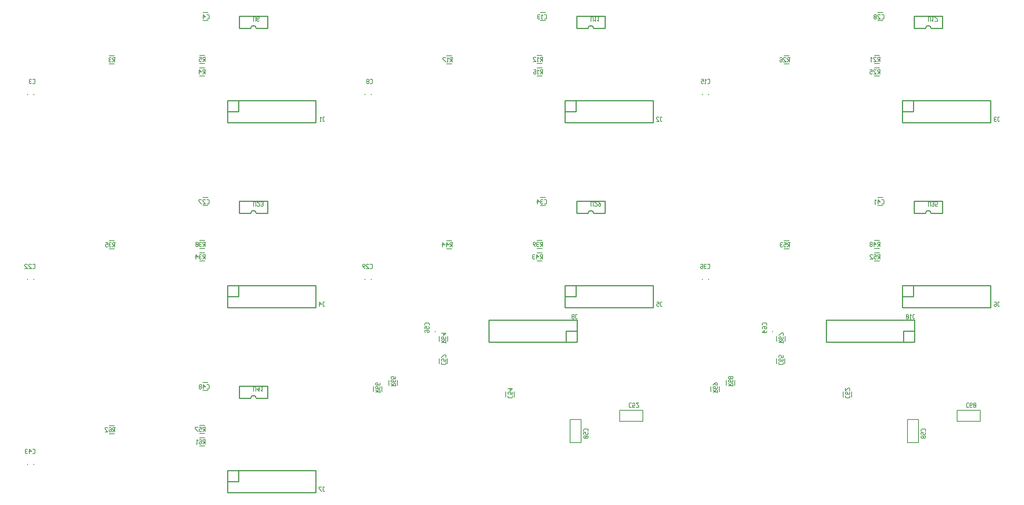
<source format=gbr>
G04 start of page 9 for group -4078 idx -4078 *
G04 Title: (unknown), bottomsilk *
G04 Creator: pcb 20091103 *
G04 CreationDate: Чтв 05 Янв 2012 09:41:11 UTC *
G04 For: aml *
G04 Format: Gerber/RS-274X *
G04 PCB-Dimensions: 948000 534000 *
G04 PCB-Coordinate-Origin: lower left *
%MOIN*%
%FSLAX25Y25*%
%LNBACKSILK*%
%ADD12C,0.0100*%
%ADD55C,0.0050*%
%ADD56C,0.0080*%
G54D56*X885638Y88000D02*Y98000D01*
X906638D01*
Y88000D02*Y98000D01*
X885638Y88000D02*X906638D01*
X840500Y89500D02*X850500D01*
Y68500D01*
X840500D02*X850500D01*
X840500Y89500D02*Y68500D01*
X789921Y114767D02*Y110043D01*
X782441Y114767D02*Y110043D01*
G54D12*X767000Y160000D02*X847000D01*
X767000Y180000D02*Y160000D01*
Y180000D02*X847000D01*
Y160000D01*
X837000Y170000D02*Y160000D01*
Y170000D02*X847000D01*
G54D56*X654638Y217236D02*Y216450D01*
X660148Y217236D02*Y216450D01*
X810543Y252221D02*X815267D01*
X810543Y244741D02*X815267D01*
G54D12*X836000Y211300D02*X916000D01*
Y191300D01*
X836000D02*X916000D01*
X836000Y211300D02*Y191300D01*
X846000Y211300D02*Y201300D01*
X836000D02*X846000D01*
G54D56*X728733Y251859D02*X733457D01*
X728733Y244379D02*X733457D01*
G54D12*X846689Y276812D02*Y287788D01*
X872311D01*
Y276812D01*
X846689D02*X857000D01*
X872311D02*X862000D01*
G75*G03X857000Y276812I-2500J0D01*G01*
G54D56*X810543Y240859D02*X815267D01*
X810543Y233379D02*X815267D01*
X813543Y283741D02*X818267D01*
X813543Y291221D02*X818267D01*
X363921Y119457D02*Y114733D01*
X356441Y119457D02*Y114733D01*
X423421Y144957D02*Y140233D01*
X415941Y144957D02*Y140233D01*
X412362Y169850D02*Y169064D01*
X406852Y169850D02*Y169064D01*
X377921Y125267D02*Y120543D01*
X370441Y125267D02*Y120543D01*
X423559Y165267D02*Y160543D01*
X416079Y165267D02*Y160543D01*
G54D12*X224000Y43300D02*X304000D01*
Y23300D01*
X224000D02*X304000D01*
X224000Y43300D02*Y23300D01*
X234000Y43300D02*Y33300D01*
X224000D02*X234000D01*
G54D56*X116733Y83859D02*X121457D01*
X116733Y76379D02*X121457D01*
X42638Y49236D02*Y48450D01*
X48148Y49236D02*Y48450D01*
X198543Y84221D02*X203267D01*
X198543Y76741D02*X203267D01*
G54D12*X234689Y108812D02*Y119788D01*
X260311D01*
Y108812D01*
X234689D02*X245000D01*
X260311D02*X250000D01*
G75*G03X245000Y108812I-2500J0D01*G01*
G54D56*X198543Y72859D02*X203267D01*
X198543Y65379D02*X203267D01*
X201543Y115741D02*X206267D01*
X201543Y123221D02*X206267D01*
X669921Y119457D02*Y114733D01*
X662441Y119457D02*Y114733D01*
X729421Y144957D02*Y140233D01*
X721941Y144957D02*Y140233D01*
X718362Y169850D02*Y169064D01*
X712852Y169850D02*Y169064D01*
X683921Y125267D02*Y120543D01*
X676441Y125267D02*Y120543D01*
X729559Y165267D02*Y160543D01*
X722079Y165267D02*Y160543D01*
G54D12*X461000Y160000D02*X541000D01*
X461000Y180000D02*Y160000D01*
Y180000D02*X541000D01*
Y160000D01*
X531000Y170000D02*Y160000D01*
Y170000D02*X541000D01*
G54D56*X483921Y114767D02*Y110043D01*
X476441Y114767D02*Y110043D01*
X579638Y88000D02*Y98000D01*
X600638D01*
Y88000D02*Y98000D01*
X579638Y88000D02*X600638D01*
X534500Y89500D02*X544500D01*
Y68500D01*
X534500D02*X544500D01*
X534500Y89500D02*Y68500D01*
G54D12*X540689Y276812D02*Y287788D01*
X566311D01*
Y276812D01*
X540689D02*X551000D01*
X566311D02*X556000D01*
G75*G03X551000Y276812I-2500J0D01*G01*
X234689D02*Y287788D01*
X260311D01*
Y276812D01*
X234689D02*X245000D01*
X260311D02*X250000D01*
G75*G03X245000Y276812I-2500J0D01*G01*
G54D56*X348638Y217236D02*Y216450D01*
X354148Y217236D02*Y216450D01*
X422733Y251859D02*X427457D01*
X422733Y244379D02*X427457D01*
X504543Y252221D02*X509267D01*
X504543Y244741D02*X509267D01*
X504543Y240859D02*X509267D01*
X504543Y233379D02*X509267D01*
G54D12*X530000Y211300D02*X610000D01*
Y191300D01*
X530000D02*X610000D01*
X530000Y211300D02*Y191300D01*
X540000Y211300D02*Y201300D01*
X530000D02*X540000D01*
G54D56*X507543Y283741D02*X512267D01*
X507543Y291221D02*X512267D01*
X42638Y217236D02*Y216450D01*
X48148Y217236D02*Y216450D01*
X116733Y251859D02*X121457D01*
X116733Y244379D02*X121457D01*
X198543Y252221D02*X203267D01*
X198543Y244741D02*X203267D01*
X198543Y240859D02*X203267D01*
X198543Y233379D02*X203267D01*
X201543Y283741D02*X206267D01*
X201543Y291221D02*X206267D01*
G54D12*X224000Y211300D02*X304000D01*
Y191300D01*
X224000D02*X304000D01*
X224000Y211300D02*Y191300D01*
X234000Y211300D02*Y201300D01*
X224000D02*X234000D01*
X846689Y444812D02*Y455788D01*
X872311D01*
Y444812D01*
X846689D02*X857000D01*
X872311D02*X862000D01*
G75*G03X857000Y444812I-2500J0D01*G01*
G54D56*X810543Y408859D02*X815267D01*
X810543Y401379D02*X815267D01*
X813543Y451741D02*X818267D01*
X813543Y459221D02*X818267D01*
X810543Y420221D02*X815267D01*
X810543Y412741D02*X815267D01*
G54D12*X836000Y379300D02*X916000D01*
Y359300D01*
X836000D02*X916000D01*
X836000Y379300D02*Y359300D01*
X846000Y379300D02*Y369300D01*
X836000D02*X846000D01*
G54D56*X728733Y419859D02*X733457D01*
X728733Y412379D02*X733457D01*
X654638Y385236D02*Y384450D01*
X660148Y385236D02*Y384450D01*
G54D12*X540689Y444812D02*Y455788D01*
X566311D01*
Y444812D01*
X540689D02*X551000D01*
X566311D02*X556000D01*
G75*G03X551000Y444812I-2500J0D01*G01*
G54D56*X507543Y451741D02*X512267D01*
X507543Y459221D02*X512267D01*
X504543Y408859D02*X509267D01*
X504543Y401379D02*X509267D01*
X504543Y420221D02*X509267D01*
X504543Y412741D02*X509267D01*
G54D12*X530000Y379300D02*X610000D01*
Y359300D01*
X530000D02*X610000D01*
X530000Y379300D02*Y359300D01*
X540000Y379300D02*Y369300D01*
X530000D02*X540000D01*
G54D56*X348638Y385236D02*Y384450D01*
X354148Y385236D02*Y384450D01*
X422733Y419859D02*X427457D01*
X422733Y412379D02*X427457D01*
G54D12*X234689Y444812D02*Y455788D01*
X260311D01*
Y444812D01*
X234689D02*X245000D01*
X260311D02*X250000D01*
G75*G03X245000Y444812I-2500J0D01*G01*
G54D56*X201543Y451741D02*X206267D01*
X201543Y459221D02*X206267D01*
G54D12*X224000Y379300D02*X304000D01*
Y359300D01*
X224000D02*X304000D01*
X224000Y379300D02*Y359300D01*
X234000Y379300D02*Y369300D01*
X224000D02*X234000D01*
G54D56*X198543Y408859D02*X203267D01*
X198543Y401379D02*X203267D01*
X198543Y420221D02*X203267D01*
X198543Y412741D02*X203267D01*
X42638Y385236D02*Y384450D01*
X48148Y385236D02*Y384450D01*
X116733Y419859D02*X121457D01*
X116733Y412379D02*X121457D01*
G54D55*X668331Y113945D02*Y115945D01*
X667831Y116445D01*
X666831D02*X667831D01*
X666331Y115945D02*X666831Y116445D01*
X666331Y114445D02*Y115945D01*
X664331Y114445D02*X668331D01*
X666331D02*X664331Y116445D01*
X668331Y119146D02*X667831Y119646D01*
X668331Y118146D02*Y119146D01*
X667831Y117646D02*X668331Y118146D01*
X664831Y117646D02*X667831D01*
X664831D02*X664331Y118146D01*
X666331Y119146D02*X665831Y119646D01*
X666331Y117646D02*Y119146D01*
X664331Y118146D02*Y119146D01*
X664831Y119646D01*
X665831D01*
X664331Y120847D02*X666331Y122847D01*
X667831D01*
X668331Y122347D02*X667831Y122847D01*
X668331Y121347D02*Y122347D01*
X667831Y120847D02*X668331Y121347D01*
X666831Y120847D02*X667831D01*
X666831D02*X666331Y121347D01*
Y122847D01*
X588638Y104500D02*X590138D01*
X588138Y104000D02*X588638Y104500D01*
X588138Y101000D02*Y104000D01*
Y101000D02*X588638Y100500D01*
X590138D01*
X591339D02*X593339D01*
X591339D02*Y102500D01*
X591839Y102000D01*
X592839D01*
X593339Y102500D01*
Y104000D01*
X592839Y104500D02*X593339Y104000D01*
X591839Y104500D02*X592839D01*
X591339Y104000D02*X591839Y104500D01*
X594540Y101000D02*X595040Y100500D01*
X596540D01*
X597040Y101000D01*
Y102000D01*
X594540Y104500D02*X597040Y102000D01*
X594540Y104500D02*X597040D01*
X551000Y79000D02*Y80500D01*
X550500Y81000D02*X551000Y80500D01*
X547500Y81000D02*X550500D01*
X547500D02*X547000Y80500D01*
Y79000D02*Y80500D01*
Y75799D02*Y77799D01*
X549000D01*
X548500Y77299D01*
Y76299D02*Y77299D01*
Y76299D02*X549000Y75799D01*
X550500D01*
X551000Y76299D02*X550500Y75799D01*
X551000Y76299D02*Y77299D01*
X550500Y77799D02*X551000Y77299D01*
X550500Y74598D02*X551000Y74098D01*
X547500Y74598D02*X550500D01*
X547500D02*X547000Y74098D01*
Y73098D02*Y74098D01*
Y73098D02*X547500Y72598D01*
X550500D01*
X551000Y73098D02*X550500Y72598D01*
X551000Y73098D02*Y74098D01*
X550000Y74598D02*X548000Y72598D01*
X539500Y185000D02*X541000D01*
X539500Y181500D02*Y185000D01*
X540000Y181000D02*X539500Y181500D01*
X540000Y181000D02*X540500D01*
X541000Y181500D02*X540500Y181000D01*
X538299Y181500D02*X537799Y181000D01*
X538299Y181500D02*Y182500D01*
X537799Y183000D01*
X536799D02*X537799D01*
X536799D02*X536299Y182500D01*
Y181500D02*Y182500D01*
X536799Y181000D02*X536299Y181500D01*
X536799Y181000D02*X537799D01*
X538299Y183500D02*X537799Y183000D01*
X538299Y183500D02*Y184500D01*
X537799Y185000D01*
X536799D02*X537799D01*
X536799D02*X536299Y184500D01*
Y183500D02*Y184500D01*
X536799Y183000D02*X536299Y183500D01*
X478331Y109755D02*Y111255D01*
X478831Y109255D02*X478331Y109755D01*
X478831Y109255D02*X481831D01*
X482331Y109755D01*
Y111255D01*
Y112456D02*Y114456D01*
X480331Y112456D02*X482331D01*
X480331D02*X480831Y112956D01*
Y113956D01*
X480331Y114456D01*
X478831D02*X480331D01*
X478331Y113956D02*X478831Y114456D01*
X478331Y112956D02*Y113956D01*
X478831Y112456D02*X478331Y112956D01*
X480331Y115657D02*X482331Y117657D01*
X480331Y115657D02*Y118157D01*
X478331Y117657D02*X482331D01*
X616500Y196300D02*X618000D01*
X616500Y192800D02*Y196300D01*
X617000Y192300D02*X616500Y192800D01*
X617000Y192300D02*X617500D01*
X618000Y192800D02*X617500Y192300D01*
X613299Y196300D02*X615299D01*
Y194300D02*Y196300D01*
Y194300D02*X614799Y194800D01*
X613799D02*X614799D01*
X613799D02*X613299Y194300D01*
Y192800D02*Y194300D01*
X613799Y192300D02*X613299Y192800D01*
X613799Y192300D02*X614799D01*
X615299Y192800D02*X614799Y192300D01*
X894638Y104500D02*X896138D01*
X894138Y104000D02*X894638Y104500D01*
X894138Y101000D02*Y104000D01*
Y101000D02*X894638Y100500D01*
X896138D01*
X898839D02*X899339Y101000D01*
X897839Y100500D02*X898839D01*
X897339Y101000D02*X897839Y100500D01*
X897339Y101000D02*Y104000D01*
X897839Y104500D01*
X898839Y102500D02*X899339Y103000D01*
X897339Y102500D02*X898839D01*
X897839Y104500D02*X898839D01*
X899339Y104000D01*
Y103000D02*Y104000D01*
X900540D02*X901040Y104500D01*
X900540Y101000D02*Y104000D01*
Y101000D02*X901040Y100500D01*
X902040D01*
X902540Y101000D01*
Y104000D01*
X902040Y104500D02*X902540Y104000D01*
X901040Y104500D02*X902040D01*
X900540Y103500D02*X902540Y101500D01*
X857000Y79000D02*Y80500D01*
X856500Y81000D02*X857000Y80500D01*
X853500Y81000D02*X856500D01*
X853500D02*X853000Y80500D01*
Y79000D02*Y80500D01*
Y75799D02*Y77799D01*
X855000D01*
X854500Y77299D01*
Y76299D02*Y77299D01*
Y76299D02*X855000Y75799D01*
X856500D01*
X857000Y76299D02*X856500Y75799D01*
X857000Y76299D02*Y77299D01*
X856500Y77799D02*X857000Y77299D01*
X856500Y74598D02*X857000Y74098D01*
X855500Y74598D02*X856500D01*
X855500D02*X855000Y74098D01*
Y73098D02*Y74098D01*
Y73098D02*X855500Y72598D01*
X856500D01*
X857000Y73098D02*X856500Y72598D01*
X857000Y73098D02*Y74098D01*
X854500Y74598D02*X855000Y74098D01*
X853500Y74598D02*X854500D01*
X853500D02*X853000Y74098D01*
Y73098D02*Y74098D01*
Y73098D02*X853500Y72598D01*
X854500D01*
X855000Y73098D02*X854500Y72598D01*
X845500Y185000D02*X847000D01*
X845500Y181500D02*Y185000D01*
X846000Y181000D02*X845500Y181500D01*
X846000Y181000D02*X846500D01*
X847000Y181500D02*X846500Y181000D01*
X842799D02*X843799D01*
X843299D02*Y185000D01*
X844299Y184000D02*X843299Y185000D01*
X841598Y181500D02*X841098Y181000D01*
X841598Y181500D02*Y184500D01*
X841098Y185000D01*
X840098D02*X841098D01*
X840098D02*X839598Y184500D01*
Y181500D02*Y184500D01*
X840098Y181000D02*X839598Y181500D01*
X840098Y181000D02*X841098D01*
X841598Y182000D02*X839598Y184000D01*
X814055Y239269D02*X816055D01*
X814055D02*X813555Y238769D01*
Y237769D02*Y238769D01*
X814055Y237269D02*X813555Y237769D01*
X814055Y237269D02*X815555D01*
Y235269D02*Y239269D01*
Y237269D02*X813555Y235269D01*
X810354Y239269D02*X812354D01*
Y237269D02*Y239269D01*
Y237269D02*X811854Y237769D01*
X810854D02*X811854D01*
X810854D02*X810354Y237269D01*
Y235769D02*Y237269D01*
X810854Y235269D02*X810354Y235769D01*
X810854Y235269D02*X811854D01*
X812354Y235769D02*X811854Y235269D01*
X809153Y238769D02*X808653Y239269D01*
X807153D02*X808653D01*
X807153D02*X806653Y238769D01*
Y237769D02*Y238769D01*
X809153Y235269D02*X806653Y237769D01*
Y235269D02*X809153D01*
X784331Y109755D02*Y111255D01*
X784831Y109255D02*X784331Y109755D01*
X784831Y109255D02*X787831D01*
X788331Y109755D01*
Y111255D01*
Y113956D02*X787831Y114456D01*
X788331Y112956D02*Y113956D01*
X787831Y112456D02*X788331Y112956D01*
X784831Y112456D02*X787831D01*
X784831D02*X784331Y112956D01*
X786331Y113956D02*X785831Y114456D01*
X786331Y112456D02*Y113956D01*
X784331Y112956D02*Y113956D01*
X784831Y114456D01*
X785831D01*
X787831Y115657D02*X788331Y116157D01*
Y117657D01*
X787831Y118157D01*
X786831D02*X787831D01*
X784331Y115657D02*X786831Y118157D01*
X784331Y115657D02*Y118157D01*
X922500Y196300D02*X924000D01*
X922500Y192800D02*Y196300D01*
X923000Y192300D02*X922500Y192800D01*
X923000Y192300D02*X923500D01*
X924000Y192800D02*X923500Y192300D01*
X919799Y196300D02*X919299Y195800D01*
X919799Y196300D02*X920799D01*
X921299Y195800D02*X920799Y196300D01*
X921299Y192800D02*Y195800D01*
Y192800D02*X920799Y192300D01*
X919799Y194300D02*X919299Y193800D01*
X919799Y194300D02*X921299D01*
X919799Y192300D02*X920799D01*
X919799D02*X919299Y192800D01*
Y193800D01*
X723831Y139945D02*Y141445D01*
X724331Y139445D02*X723831Y139945D01*
X724331Y139445D02*X727331D01*
X727831Y139945D01*
Y141445D01*
Y144146D02*X727331Y144646D01*
X727831Y143146D02*Y144146D01*
X727331Y142646D02*X727831Y143146D01*
X724331Y142646D02*X727331D01*
X724331D02*X723831Y143146D01*
X725831Y144146D02*X725331Y144646D01*
X725831Y142646D02*Y144146D01*
X723831Y143146D02*Y144146D01*
X724331Y144646D01*
X725331D01*
X727831Y145847D02*Y147847D01*
X725831Y145847D02*X727831D01*
X725831D02*X726331Y146347D01*
Y147347D01*
X725831Y147847D01*
X724331D02*X725831D01*
X723831Y147347D02*X724331Y147847D01*
X723831Y146347D02*Y147347D01*
X724331Y145847D02*X723831Y146347D01*
X712850Y175064D02*Y176564D01*
X712350Y177064D02*X712850Y176564D01*
X709350Y177064D02*X712350D01*
X709350D02*X708850Y176564D01*
Y175064D02*Y176564D01*
Y172363D02*X709350Y171863D01*
X708850Y172363D02*Y173363D01*
X709350Y173863D02*X708850Y173363D01*
X709350Y173863D02*X712350D01*
X712850Y173363D01*
X710850Y172363D02*X711350Y171863D01*
X710850Y172363D02*Y173863D01*
X712850Y172363D02*Y173363D01*
Y172363D02*X712350Y171863D01*
X711350D02*X712350D01*
X710850Y170662D02*X708850Y168662D01*
X710850Y168162D02*Y170662D01*
X708850Y168662D02*X712850D01*
X682331Y119755D02*Y121755D01*
X681831Y122255D01*
X680831D02*X681831D01*
X680331Y121755D02*X680831Y122255D01*
X680331Y120255D02*Y121755D01*
X678331Y120255D02*X682331D01*
X680331D02*X678331Y122255D01*
X682331Y124956D02*X681831Y125456D01*
X682331Y123956D02*Y124956D01*
X681831Y123456D02*X682331Y123956D01*
X678831Y123456D02*X681831D01*
X678831D02*X678331Y123956D01*
X680331Y124956D02*X679831Y125456D01*
X680331Y123456D02*Y124956D01*
X678331Y123956D02*Y124956D01*
X678831Y125456D01*
X679831D01*
X678831Y126657D02*X678331Y127157D01*
X678831Y126657D02*X679831D01*
X680331Y127157D01*
Y128157D01*
X679831Y128657D01*
X678831D02*X679831D01*
X678331Y128157D02*X678831Y128657D01*
X678331Y127157D02*Y128157D01*
X680831Y126657D02*X680331Y127157D01*
X680831Y126657D02*X681831D01*
X682331Y127157D01*
Y128157D01*
X681831Y128657D01*
X680831D02*X681831D01*
X680331Y128157D02*X680831Y128657D01*
X727969Y158945D02*Y160945D01*
X727469Y161445D01*
X726469D02*X727469D01*
X725969Y160945D02*X726469Y161445D01*
X725969Y159445D02*Y160945D01*
X723969Y159445D02*X727969D01*
X725969D02*X723969Y161445D01*
X727969Y164146D02*X727469Y164646D01*
X727969Y163146D02*Y164146D01*
X727469Y162646D02*X727969Y163146D01*
X724469Y162646D02*X727469D01*
X724469D02*X723969Y163146D01*
X725969Y164146D02*X725469Y164646D01*
X725969Y162646D02*Y164146D01*
X723969Y163146D02*Y164146D01*
X724469Y164646D01*
X725469D01*
X723969Y165847D02*X726469Y168347D01*
X727969D01*
Y165847D02*Y168347D01*
X659393Y226571D02*X660893D01*
X661393Y227071D02*X660893Y226571D01*
X661393Y227071D02*Y230071D01*
X660893Y230571D01*
X659393D02*X660893D01*
X658192Y230071D02*X657692Y230571D01*
X656692D02*X657692D01*
X656692D02*X656192Y230071D01*
Y227071D02*Y230071D01*
X656692Y226571D02*X656192Y227071D01*
X656692Y226571D02*X657692D01*
X658192Y227071D02*X657692Y226571D01*
X656192Y228571D02*X657692D01*
X653491Y230571D02*X652991Y230071D01*
X653491Y230571D02*X654491D01*
X654991Y230071D02*X654491Y230571D01*
X654991Y227071D02*Y230071D01*
Y227071D02*X654491Y226571D01*
X653491Y228571D02*X652991Y228071D01*
X653491Y228571D02*X654991D01*
X653491Y226571D02*X654491D01*
X653491D02*X652991Y227071D01*
Y228071D01*
X362331Y113945D02*Y115945D01*
X361831Y116445D01*
X360831D02*X361831D01*
X360331Y115945D02*X360831Y116445D01*
X360331Y114445D02*Y115945D01*
X358331Y114445D02*X362331D01*
X360331D02*X358331Y116445D01*
X362331Y119146D02*X361831Y119646D01*
X362331Y118146D02*Y119146D01*
X361831Y117646D02*X362331Y118146D01*
X358831Y117646D02*X361831D01*
X358831D02*X358331Y118146D01*
X360331Y119146D02*X359831Y119646D01*
X360331Y117646D02*Y119146D01*
X358331Y118146D02*Y119146D01*
X358831Y119646D01*
X359831D01*
X362331Y122347D02*X361831Y122847D01*
X362331Y121347D02*Y122347D01*
X361831Y120847D02*X362331Y121347D01*
X358831Y120847D02*X361831D01*
X358831D02*X358331Y121347D01*
X360331Y122347D02*X359831Y122847D01*
X360331Y120847D02*Y122347D01*
X358331Y121347D02*Y122347D01*
X358831Y122847D01*
X359831D01*
X376331Y119755D02*Y121755D01*
X375831Y122255D01*
X374831D02*X375831D01*
X374331Y121755D02*X374831Y122255D01*
X374331Y120255D02*Y121755D01*
X372331Y120255D02*X376331D01*
X374331D02*X372331Y122255D01*
X376331Y124956D02*X375831Y125456D01*
X376331Y123956D02*Y124956D01*
X375831Y123456D02*X376331Y123956D01*
X372831Y123456D02*X375831D01*
X372831D02*X372331Y123956D01*
X374331Y124956D02*X373831Y125456D01*
X374331Y123456D02*Y124956D01*
X372331Y123956D02*Y124956D01*
X372831Y125456D01*
X373831D01*
X376331Y126657D02*Y128657D01*
X374331Y126657D02*X376331D01*
X374331D02*X374831Y127157D01*
Y128157D01*
X374331Y128657D01*
X372831D02*X374331D01*
X372331Y128157D02*X372831Y128657D01*
X372331Y127157D02*Y128157D01*
X372831Y126657D02*X372331Y127157D01*
X120245Y82269D02*X122245D01*
X120245D02*X119745Y81769D01*
Y80769D02*Y81769D01*
X120245Y80269D02*X119745Y80769D01*
X120245Y80269D02*X121745D01*
Y78269D02*Y82269D01*
Y80269D02*X119745Y78269D01*
X117044Y82269D02*X116544Y81769D01*
X117044Y82269D02*X118044D01*
X118544Y81769D02*X118044Y82269D01*
X118544Y78769D02*Y81769D01*
Y78769D02*X118044Y78269D01*
X117044Y80269D02*X116544Y79769D01*
X117044Y80269D02*X118544D01*
X117044Y78269D02*X118044D01*
X117044D02*X116544Y78769D01*
Y79769D01*
X115343Y81769D02*X114843Y82269D01*
X113343D02*X114843D01*
X113343D02*X112843Y81769D01*
Y80769D02*Y81769D01*
X115343Y78269D02*X112843Y80769D01*
Y78269D02*X115343D01*
X202055Y82631D02*X204055D01*
X202055D02*X201555Y82131D01*
Y81131D02*Y82131D01*
X202055Y80631D02*X201555Y81131D01*
X202055Y80631D02*X203555D01*
Y78631D02*Y82631D01*
Y80631D02*X201555Y78631D01*
X198354Y82631D02*X200354D01*
Y80631D02*Y82631D01*
Y80631D02*X199854Y81131D01*
X198854D02*X199854D01*
X198854D02*X198354Y80631D01*
Y79131D02*Y80631D01*
X198854Y78631D02*X198354Y79131D01*
X198854Y78631D02*X199854D01*
X200354Y79131D02*X199854Y78631D01*
X197153D02*X194653Y81131D01*
Y82631D01*
X197153D01*
X310500Y28300D02*X312000D01*
X310500Y24800D02*Y28300D01*
X311000Y24300D02*X310500Y24800D01*
X311000Y24300D02*X311500D01*
X312000Y24800D02*X311500Y24300D01*
X309299D02*X306799Y26800D01*
Y28300D01*
X309299D01*
X417831Y139945D02*Y141445D01*
X418331Y139445D02*X417831Y139945D01*
X418331Y139445D02*X421331D01*
X421831Y139945D01*
Y141445D01*
Y142646D02*Y144646D01*
X419831Y142646D02*X421831D01*
X419831D02*X420331Y143146D01*
Y144146D01*
X419831Y144646D01*
X418331D02*X419831D01*
X417831Y144146D02*X418331Y144646D01*
X417831Y143146D02*Y144146D01*
X418331Y142646D02*X417831Y143146D01*
Y145847D02*X420331Y148347D01*
X421831D01*
Y145847D02*Y148347D01*
X406850Y175064D02*Y176564D01*
X406350Y177064D02*X406850Y176564D01*
X403350Y177064D02*X406350D01*
X403350D02*X402850Y176564D01*
Y175064D02*Y176564D01*
Y171863D02*Y173863D01*
X404850D01*
X404350Y173363D01*
Y172363D02*Y173363D01*
Y172363D02*X404850Y171863D01*
X406350D01*
X406850Y172363D02*X406350Y171863D01*
X406850Y172363D02*Y173363D01*
X406350Y173863D02*X406850Y173363D01*
X402850Y169162D02*X403350Y168662D01*
X402850Y169162D02*Y170162D01*
X403350Y170662D02*X402850Y170162D01*
X403350Y170662D02*X406350D01*
X406850Y170162D01*
X404850Y169162D02*X405350Y168662D01*
X404850Y169162D02*Y170662D01*
X406850Y169162D02*Y170162D01*
Y169162D02*X406350Y168662D01*
X405350D02*X406350D01*
X421969Y158945D02*Y160945D01*
X421469Y161445D01*
X420469D02*X421469D01*
X419969Y160945D02*X420469Y161445D01*
X419969Y159445D02*Y160945D01*
X417969Y159445D02*X421969D01*
X419969D02*X417969Y161445D01*
X421969Y164146D02*X421469Y164646D01*
X421969Y163146D02*Y164146D01*
X421469Y162646D02*X421969Y163146D01*
X418469Y162646D02*X421469D01*
X418469D02*X417969Y163146D01*
X419969Y164146D02*X419469Y164646D01*
X419969Y162646D02*Y164146D01*
X417969Y163146D02*Y164146D01*
X418469Y164646D01*
X419469D01*
X419969Y165847D02*X421969Y167847D01*
X419969Y165847D02*Y168347D01*
X417969Y167847D02*X421969D01*
X247500Y115300D02*Y118800D01*
X248000Y119300D01*
X249000D01*
X249500Y118800D01*
Y115300D02*Y118800D01*
X250701Y117300D02*X252701Y115300D01*
X250701Y117300D02*X253201D01*
X252701Y115300D02*Y119300D01*
X254902D02*X255902D01*
X255402Y115300D02*Y119300D01*
X254402Y116300D02*X255402Y115300D01*
X202055Y71269D02*X204055D01*
X202055D02*X201555Y70769D01*
Y69769D02*Y70769D01*
X202055Y69269D02*X201555Y69769D01*
X202055Y69269D02*X203555D01*
Y67269D02*Y71269D01*
Y69269D02*X201555Y67269D01*
X198854Y71269D02*X198354Y70769D01*
X198854Y71269D02*X199854D01*
X200354Y70769D02*X199854Y71269D01*
X200354Y67769D02*Y70769D01*
Y67769D02*X199854Y67269D01*
X198854Y69269D02*X198354Y68769D01*
X198854Y69269D02*X200354D01*
X198854Y67269D02*X199854D01*
X198854D02*X198354Y67769D01*
Y68769D01*
X195653Y67269D02*X196653D01*
X196153D02*Y71269D01*
X197153Y70269D02*X196153Y71269D01*
X205245Y117269D02*X206745D01*
X207245Y117769D02*X206745Y117269D01*
X207245Y117769D02*Y120769D01*
X206745Y121269D01*
X205245D02*X206745D01*
X204044Y119269D02*X202044Y121269D01*
X201544Y119269D02*X204044D01*
X202044Y117269D02*Y121269D01*
X200343Y117769D02*X199843Y117269D01*
X200343Y117769D02*Y118769D01*
X199843Y119269D01*
X198843D02*X199843D01*
X198843D02*X198343Y118769D01*
Y117769D02*Y118769D01*
X198843Y117269D02*X198343Y117769D01*
X198843Y117269D02*X199843D01*
X200343Y119769D02*X199843Y119269D01*
X200343Y119769D02*Y120769D01*
X199843Y121269D01*
X198843D02*X199843D01*
X198843D02*X198343Y120769D01*
Y119769D02*Y120769D01*
X198843Y119269D02*X198343Y119769D01*
X47393Y58571D02*X48893D01*
X49393Y59071D02*X48893Y58571D01*
X49393Y59071D02*Y62071D01*
X48893Y62571D01*
X47393D02*X48893D01*
X46192Y60571D02*X44192Y62571D01*
X43692Y60571D02*X46192D01*
X44192Y58571D02*Y62571D01*
X42491Y62071D02*X41991Y62571D01*
X40991D02*X41991D01*
X40991D02*X40491Y62071D01*
Y59071D02*Y62071D01*
X40991Y58571D02*X40491Y59071D01*
X40991Y58571D02*X41991D01*
X42491Y59071D02*X41991Y58571D01*
X40491Y60571D02*X41991D01*
X553500Y283300D02*Y286800D01*
X554000Y287300D01*
X555000D01*
X555500Y286800D01*
Y283300D02*Y286800D01*
X556701Y283800D02*X557201Y283300D01*
X558701D01*
X559201Y283800D01*
Y284800D01*
X556701Y287300D02*X559201Y284800D01*
X556701Y287300D02*X559201D01*
X560402D02*X562402Y285300D01*
Y283800D02*Y285300D01*
X561902Y283300D02*X562402Y283800D01*
X560902Y283300D02*X561902D01*
X560402Y283800D02*X560902Y283300D01*
X560402Y283800D02*Y284800D01*
X560902Y285300D01*
X562402D01*
X508055Y239269D02*X510055D01*
X508055D02*X507555Y238769D01*
Y237769D02*Y238769D01*
X508055Y237269D02*X507555Y237769D01*
X508055Y237269D02*X509555D01*
Y235269D02*Y239269D01*
Y237269D02*X507555Y235269D01*
X506354Y237269D02*X504354Y239269D01*
X503854Y237269D02*X506354D01*
X504354Y235269D02*Y239269D01*
X502653Y238769D02*X502153Y239269D01*
X501153D02*X502153D01*
X501153D02*X500653Y238769D01*
Y235769D02*Y238769D01*
X501153Y235269D02*X500653Y235769D01*
X501153Y235269D02*X502153D01*
X502653Y235769D02*X502153Y235269D01*
X500653Y237269D02*X502153D01*
X508055Y250631D02*X510055D01*
X508055D02*X507555Y250131D01*
Y249131D02*Y250131D01*
X508055Y248631D02*X507555Y249131D01*
X508055Y248631D02*X509555D01*
Y246631D02*Y250631D01*
Y248631D02*X507555Y246631D01*
X506354Y250131D02*X505854Y250631D01*
X504854D02*X505854D01*
X504854D02*X504354Y250131D01*
Y247131D02*Y250131D01*
X504854Y246631D02*X504354Y247131D01*
X504854Y246631D02*X505854D01*
X506354Y247131D02*X505854Y246631D01*
X504354Y248631D02*X505854D01*
X503153Y246631D02*X501153Y248631D01*
Y250131D01*
X501653Y250631D02*X501153Y250131D01*
X501653Y250631D02*X502653D01*
X503153Y250131D02*X502653Y250631D01*
X503153Y249131D02*Y250131D01*
Y249131D02*X502653Y248631D01*
X501153D02*X502653D01*
X511245Y285269D02*X512745D01*
X513245Y285769D02*X512745Y285269D01*
X513245Y285769D02*Y288769D01*
X512745Y289269D01*
X511245D02*X512745D01*
X510044Y288769D02*X509544Y289269D01*
X508544D02*X509544D01*
X508544D02*X508044Y288769D01*
Y285769D02*Y288769D01*
X508544Y285269D02*X508044Y285769D01*
X508544Y285269D02*X509544D01*
X510044Y285769D02*X509544Y285269D01*
X508044Y287269D02*X509544D01*
X506843D02*X504843Y289269D01*
X504343Y287269D02*X506843D01*
X504843Y285269D02*Y289269D01*
X426245Y250269D02*X428245D01*
X426245D02*X425745Y249769D01*
Y248769D02*Y249769D01*
X426245Y248269D02*X425745Y248769D01*
X426245Y248269D02*X427745D01*
Y246269D02*Y250269D01*
Y248269D02*X425745Y246269D01*
X424544Y248269D02*X422544Y250269D01*
X422044Y248269D02*X424544D01*
X422544Y246269D02*Y250269D01*
X420843Y248269D02*X418843Y250269D01*
X418343Y248269D02*X420843D01*
X418843Y246269D02*Y250269D01*
X353393Y226571D02*X354893D01*
X355393Y227071D02*X354893Y226571D01*
X355393Y227071D02*Y230071D01*
X354893Y230571D01*
X353393D02*X354893D01*
X352192Y230071D02*X351692Y230571D01*
X350192D02*X351692D01*
X350192D02*X349692Y230071D01*
Y229071D02*Y230071D01*
X352192Y226571D02*X349692Y229071D01*
Y226571D02*X352192D01*
X348491D02*X346491Y228571D01*
Y230071D01*
X346991Y230571D02*X346491Y230071D01*
X346991Y230571D02*X347991D01*
X348491Y230071D02*X347991Y230571D01*
X348491Y229071D02*Y230071D01*
Y229071D02*X347991Y228571D01*
X346491D02*X347991D01*
X310500Y196300D02*X312000D01*
X310500Y192800D02*Y196300D01*
X311000Y192300D02*X310500Y192800D01*
X311000Y192300D02*X311500D01*
X312000Y192800D02*X311500Y192300D01*
X309299Y194300D02*X307299Y196300D01*
X306799Y194300D02*X309299D01*
X307299Y192300D02*Y196300D01*
X247500Y283300D02*Y286800D01*
X248000Y287300D01*
X249000D01*
X249500Y286800D01*
Y283300D02*Y286800D01*
X250701Y283800D02*X251201Y283300D01*
X252701D01*
X253201Y283800D01*
Y284800D01*
X250701Y287300D02*X253201Y284800D01*
X250701Y287300D02*X253201D01*
X254402Y283800D02*X254902Y283300D01*
X255902D01*
X256402Y283800D01*
Y286800D01*
X255902Y287300D02*X256402Y286800D01*
X254902Y287300D02*X255902D01*
X254402Y286800D02*X254902Y287300D01*
Y285300D02*X256402D01*
X202055Y239269D02*X204055D01*
X202055D02*X201555Y238769D01*
Y237769D02*Y238769D01*
X202055Y237269D02*X201555Y237769D01*
X202055Y237269D02*X203555D01*
Y235269D02*Y239269D01*
Y237269D02*X201555Y235269D01*
X200354Y238769D02*X199854Y239269D01*
X198854D02*X199854D01*
X198854D02*X198354Y238769D01*
Y235769D02*Y238769D01*
X198854Y235269D02*X198354Y235769D01*
X198854Y235269D02*X199854D01*
X200354Y235769D02*X199854Y235269D01*
X198354Y237269D02*X199854D01*
X197153D02*X195153Y239269D01*
X194653Y237269D02*X197153D01*
X195153Y235269D02*Y239269D01*
X202055Y250631D02*X204055D01*
X202055D02*X201555Y250131D01*
Y249131D02*Y250131D01*
X202055Y248631D02*X201555Y249131D01*
X202055Y248631D02*X203555D01*
Y246631D02*Y250631D01*
Y248631D02*X201555Y246631D01*
X200354Y250131D02*X199854Y250631D01*
X198854D02*X199854D01*
X198854D02*X198354Y250131D01*
Y247131D02*Y250131D01*
X198854Y246631D02*X198354Y247131D01*
X198854Y246631D02*X199854D01*
X200354Y247131D02*X199854Y246631D01*
X198354Y248631D02*X199854D01*
X197153Y247131D02*X196653Y246631D01*
X197153Y247131D02*Y250131D01*
X196653Y250631D01*
X195653D02*X196653D01*
X195653D02*X195153Y250131D01*
Y247131D02*Y250131D01*
X195653Y246631D02*X195153Y247131D01*
X195653Y246631D02*X196653D01*
X197153Y247631D02*X195153Y249631D01*
X205245Y285269D02*X206745D01*
X207245Y285769D02*X206745Y285269D01*
X207245Y285769D02*Y288769D01*
X206745Y289269D01*
X205245D02*X206745D01*
X204044Y288769D02*X203544Y289269D01*
X202044D02*X203544D01*
X202044D02*X201544Y288769D01*
Y287769D02*Y288769D01*
X204044Y285269D02*X201544Y287769D01*
Y285269D02*X204044D01*
X200343D02*X197843Y287769D01*
Y289269D01*
X200343D01*
X120245Y250269D02*X122245D01*
X120245D02*X119745Y249769D01*
Y248769D02*Y249769D01*
X120245Y248269D02*X119745Y248769D01*
X120245Y248269D02*X121745D01*
Y246269D02*Y250269D01*
Y248269D02*X119745Y246269D01*
X118544Y249769D02*X118044Y250269D01*
X117044D02*X118044D01*
X117044D02*X116544Y249769D01*
Y246769D02*Y249769D01*
X117044Y246269D02*X116544Y246769D01*
X117044Y246269D02*X118044D01*
X118544Y246769D02*X118044Y246269D01*
X116544Y248269D02*X118044D01*
X113343Y250269D02*X115343D01*
Y248269D02*Y250269D01*
Y248269D02*X114843Y248769D01*
X113843D02*X114843D01*
X113843D02*X113343Y248269D01*
Y246769D02*Y248269D01*
X113843Y246269D02*X113343Y246769D01*
X113843Y246269D02*X114843D01*
X115343Y246769D02*X114843Y246269D01*
X47393Y226571D02*X48893D01*
X49393Y227071D02*X48893Y226571D01*
X49393Y227071D02*Y230071D01*
X48893Y230571D01*
X47393D02*X48893D01*
X46192Y230071D02*X45692Y230571D01*
X44192D02*X45692D01*
X44192D02*X43692Y230071D01*
Y229071D02*Y230071D01*
X46192Y226571D02*X43692Y229071D01*
Y226571D02*X46192D01*
X42491Y230071D02*X41991Y230571D01*
X40491D02*X41991D01*
X40491D02*X39991Y230071D01*
Y229071D02*Y230071D01*
X42491Y226571D02*X39991Y229071D01*
Y226571D02*X42491D01*
X859500Y283300D02*Y286800D01*
X860000Y287300D01*
X861000D01*
X861500Y286800D01*
Y283300D02*Y286800D01*
X862701Y283800D02*X863201Y283300D01*
X864201D01*
X864701Y283800D01*
Y286800D01*
X864201Y287300D02*X864701Y286800D01*
X863201Y287300D02*X864201D01*
X862701Y286800D02*X863201Y287300D01*
Y285300D02*X864701D01*
X865902Y283300D02*X867902D01*
X865902D02*Y285300D01*
X866402Y284800D01*
X867402D01*
X867902Y285300D01*
Y286800D01*
X867402Y287300D02*X867902Y286800D01*
X866402Y287300D02*X867402D01*
X865902Y286800D02*X866402Y287300D01*
X732245Y250269D02*X734245D01*
X732245D02*X731745Y249769D01*
Y248769D02*Y249769D01*
X732245Y248269D02*X731745Y248769D01*
X732245Y248269D02*X733745D01*
Y246269D02*Y250269D01*
Y248269D02*X731745Y246269D01*
X728544Y250269D02*X730544D01*
Y248269D02*Y250269D01*
Y248269D02*X730044Y248769D01*
X729044D02*X730044D01*
X729044D02*X728544Y248269D01*
Y246769D02*Y248269D01*
X729044Y246269D02*X728544Y246769D01*
X729044Y246269D02*X730044D01*
X730544Y246769D02*X730044Y246269D01*
X727343Y249769D02*X726843Y250269D01*
X725843D02*X726843D01*
X725843D02*X725343Y249769D01*
Y246769D02*Y249769D01*
X725843Y246269D02*X725343Y246769D01*
X725843Y246269D02*X726843D01*
X727343Y246769D02*X726843Y246269D01*
X725343Y248269D02*X726843D01*
X817245Y285269D02*X818745D01*
X819245Y285769D02*X818745Y285269D01*
X819245Y285769D02*Y288769D01*
X818745Y289269D01*
X817245D02*X818745D01*
X816044Y287269D02*X814044Y289269D01*
X813544Y287269D02*X816044D01*
X814044Y285269D02*Y289269D01*
X810843Y285269D02*X811843D01*
X811343D02*Y289269D01*
X812343Y288269D02*X811343Y289269D01*
X814055Y250631D02*X816055D01*
X814055D02*X813555Y250131D01*
Y249131D02*Y250131D01*
X814055Y248631D02*X813555Y249131D01*
X814055Y248631D02*X815555D01*
Y246631D02*Y250631D01*
Y248631D02*X813555Y246631D01*
X812354Y248631D02*X810354Y250631D01*
X809854Y248631D02*X812354D01*
X810354Y246631D02*Y250631D01*
X808653Y247131D02*X808153Y246631D01*
X808653Y247131D02*Y248131D01*
X808153Y248631D01*
X807153D02*X808153D01*
X807153D02*X806653Y248131D01*
Y247131D02*Y248131D01*
X807153Y246631D02*X806653Y247131D01*
X807153Y246631D02*X808153D01*
X808653Y249131D02*X808153Y248631D01*
X808653Y249131D02*Y250131D01*
X808153Y250631D01*
X807153D02*X808153D01*
X807153D02*X806653Y250131D01*
Y249131D02*Y250131D01*
X807153Y248631D02*X806653Y249131D01*
X732245Y418269D02*X734245D01*
X732245D02*X731745Y417769D01*
Y416769D02*Y417769D01*
X732245Y416269D02*X731745Y416769D01*
X732245Y416269D02*X733745D01*
Y414269D02*Y418269D01*
Y416269D02*X731745Y414269D01*
X730544Y417769D02*X730044Y418269D01*
X728544D02*X730044D01*
X728544D02*X728044Y417769D01*
Y416769D02*Y417769D01*
X730544Y414269D02*X728044Y416769D01*
Y414269D02*X730544D01*
X725343Y418269D02*X724843Y417769D01*
X725343Y418269D02*X726343D01*
X726843Y417769D02*X726343Y418269D01*
X726843Y414769D02*Y417769D01*
Y414769D02*X726343Y414269D01*
X725343Y416269D02*X724843Y415769D01*
X725343Y416269D02*X726843D01*
X725343Y414269D02*X726343D01*
X725343D02*X724843Y414769D01*
Y415769D01*
X859500Y451300D02*Y454800D01*
X860000Y455300D01*
X861000D01*
X861500Y454800D01*
Y451300D02*Y454800D01*
X863201Y455300D02*X864201D01*
X863701Y451300D02*Y455300D01*
X862701Y452300D02*X863701Y451300D01*
X865402Y455300D02*X867902Y452800D01*
Y451300D02*Y452800D01*
X865402Y451300D02*X867902D01*
X814055Y407269D02*X816055D01*
X814055D02*X813555Y406769D01*
Y405769D02*Y406769D01*
X814055Y405269D02*X813555Y405769D01*
X814055Y405269D02*X815555D01*
Y403269D02*Y407269D01*
Y405269D02*X813555Y403269D01*
X812354Y406769D02*X811854Y407269D01*
X810354D02*X811854D01*
X810354D02*X809854Y406769D01*
Y405769D02*Y406769D01*
X812354Y403269D02*X809854Y405769D01*
Y403269D02*X812354D01*
X806653Y407269D02*X808653D01*
Y405269D02*Y407269D01*
Y405269D02*X808153Y405769D01*
X807153D02*X808153D01*
X807153D02*X806653Y405269D01*
Y403769D02*Y405269D01*
X807153Y403269D02*X806653Y403769D01*
X807153Y403269D02*X808153D01*
X808653Y403769D02*X808153Y403269D01*
X814055Y418631D02*X816055D01*
X814055D02*X813555Y418131D01*
Y417131D02*Y418131D01*
X814055Y416631D02*X813555Y417131D01*
X814055Y416631D02*X815555D01*
Y414631D02*Y418631D01*
Y416631D02*X813555Y414631D01*
X812354Y418131D02*X811854Y418631D01*
X810354D02*X811854D01*
X810354D02*X809854Y418131D01*
Y417131D02*Y418131D01*
X812354Y414631D02*X809854Y417131D01*
Y414631D02*X812354D01*
X807153D02*X808153D01*
X807653D02*Y418631D01*
X808653Y417631D02*X807653Y418631D01*
X817245Y453269D02*X818745D01*
X819245Y453769D02*X818745Y453269D01*
X819245Y453769D02*Y456769D01*
X818745Y457269D01*
X817245D02*X818745D01*
X816044Y456769D02*X815544Y457269D01*
X814044D02*X815544D01*
X814044D02*X813544Y456769D01*
Y455769D02*Y456769D01*
X816044Y453269D02*X813544Y455769D01*
Y453269D02*X816044D01*
X812343Y453769D02*X811843Y453269D01*
X812343Y453769D02*Y456769D01*
X811843Y457269D01*
X810843D02*X811843D01*
X810843D02*X810343Y456769D01*
Y453769D02*Y456769D01*
X810843Y453269D02*X810343Y453769D01*
X810843Y453269D02*X811843D01*
X812343Y454269D02*X810343Y456269D01*
X922500Y364300D02*X924000D01*
X922500Y360800D02*Y364300D01*
X923000Y360300D02*X922500Y360800D01*
X923000Y360300D02*X923500D01*
X924000Y360800D02*X923500Y360300D01*
X921299Y363800D02*X920799Y364300D01*
X919799D02*X920799D01*
X919799D02*X919299Y363800D01*
Y360800D02*Y363800D01*
X919799Y360300D02*X919299Y360800D01*
X919799Y360300D02*X920799D01*
X921299Y360800D02*X920799Y360300D01*
X919299Y362300D02*X920799D01*
X659393Y394571D02*X660893D01*
X661393Y395071D02*X660893Y394571D01*
X661393Y395071D02*Y398071D01*
X660893Y398571D01*
X659393D02*X660893D01*
X656692Y394571D02*X657692D01*
X657192D02*Y398571D01*
X658192Y397571D02*X657192Y398571D01*
X653491D02*X655491D01*
Y396571D02*Y398571D01*
Y396571D02*X654991Y397071D01*
X653991D02*X654991D01*
X653991D02*X653491Y396571D01*
Y395071D02*Y396571D01*
X653991Y394571D02*X653491Y395071D01*
X653991Y394571D02*X654991D01*
X655491Y395071D02*X654991Y394571D01*
X616500Y364300D02*X618000D01*
X616500Y360800D02*Y364300D01*
X617000Y360300D02*X616500Y360800D01*
X617000Y360300D02*X617500D01*
X618000Y360800D02*X617500Y360300D01*
X615299Y363800D02*X614799Y364300D01*
X613299D02*X614799D01*
X613299D02*X612799Y363800D01*
Y362800D02*Y363800D01*
X615299Y360300D02*X612799Y362800D01*
Y360300D02*X615299D01*
X511245Y453269D02*X512745D01*
X513245Y453769D02*X512745Y453269D01*
X513245Y453769D02*Y456769D01*
X512745Y457269D01*
X511245D02*X512745D01*
X508544Y453269D02*X509544D01*
X509044D02*Y457269D01*
X510044Y456269D02*X509044Y457269D01*
X507343Y456769D02*X506843Y457269D01*
X505843D02*X506843D01*
X505843D02*X505343Y456769D01*
Y453769D02*Y456769D01*
X505843Y453269D02*X505343Y453769D01*
X505843Y453269D02*X506843D01*
X507343Y453769D02*X506843Y453269D01*
X505343Y455269D02*X506843D01*
X553500Y451300D02*Y454800D01*
X554000Y455300D01*
X555000D01*
X555500Y454800D01*
Y451300D02*Y454800D01*
X557201Y455300D02*X558201D01*
X557701Y451300D02*Y455300D01*
X556701Y452300D02*X557701Y451300D01*
X559902Y455300D02*X560902D01*
X560402Y451300D02*Y455300D01*
X559402Y452300D02*X560402Y451300D01*
X508055Y407269D02*X510055D01*
X508055D02*X507555Y406769D01*
Y405769D02*Y406769D01*
X508055Y405269D02*X507555Y405769D01*
X508055Y405269D02*X509555D01*
Y403269D02*Y407269D01*
Y405269D02*X507555Y403269D01*
X504854D02*X505854D01*
X505354D02*Y407269D01*
X506354Y406269D02*X505354Y407269D01*
X502153D02*X501653Y406769D01*
X502153Y407269D02*X503153D01*
X503653Y406769D02*X503153Y407269D01*
X503653Y403769D02*Y406769D01*
Y403769D02*X503153Y403269D01*
X502153Y405269D02*X501653Y404769D01*
X502153Y405269D02*X503653D01*
X502153Y403269D02*X503153D01*
X502153D02*X501653Y403769D01*
Y404769D01*
X508055Y418631D02*X510055D01*
X508055D02*X507555Y418131D01*
Y417131D02*Y418131D01*
X508055Y416631D02*X507555Y417131D01*
X508055Y416631D02*X509555D01*
Y414631D02*Y418631D01*
Y416631D02*X507555Y414631D01*
X504854D02*X505854D01*
X505354D02*Y418631D01*
X506354Y417631D02*X505354Y418631D01*
X503653Y418131D02*X503153Y418631D01*
X501653D02*X503153D01*
X501653D02*X501153Y418131D01*
Y417131D02*Y418131D01*
X503653Y414631D02*X501153Y417131D01*
Y414631D02*X503653D01*
X426245Y418269D02*X428245D01*
X426245D02*X425745Y417769D01*
Y416769D02*Y417769D01*
X426245Y416269D02*X425745Y416769D01*
X426245Y416269D02*X427745D01*
Y414269D02*Y418269D01*
Y416269D02*X425745Y414269D01*
X423044D02*X424044D01*
X423544D02*Y418269D01*
X424544Y417269D02*X423544Y418269D01*
X421843Y414269D02*X419343Y416769D01*
Y418269D01*
X421843D01*
X120245D02*X122245D01*
X120245D02*X119745Y417769D01*
Y416769D02*Y417769D01*
X120245Y416269D02*X119745Y416769D01*
X120245Y416269D02*X121745D01*
Y414269D02*Y418269D01*
Y416269D02*X119745Y414269D01*
X118544Y417769D02*X118044Y418269D01*
X117044D02*X118044D01*
X117044D02*X116544Y417769D01*
Y414769D02*Y417769D01*
X117044Y414269D02*X116544Y414769D01*
X117044Y414269D02*X118044D01*
X118544Y414769D02*X118044Y414269D01*
X116544Y416269D02*X118044D01*
X202055Y418631D02*X204055D01*
X202055D02*X201555Y418131D01*
Y417131D02*Y418131D01*
X202055Y416631D02*X201555Y417131D01*
X202055Y416631D02*X203555D01*
Y414631D02*Y418631D01*
Y416631D02*X201555Y414631D01*
X198354Y418631D02*X200354D01*
Y416631D02*Y418631D01*
Y416631D02*X199854Y417131D01*
X198854D02*X199854D01*
X198854D02*X198354Y416631D01*
Y415131D02*Y416631D01*
X198854Y414631D02*X198354Y415131D01*
X198854Y414631D02*X199854D01*
X200354Y415131D02*X199854Y414631D01*
X353393Y394571D02*X354893D01*
X355393Y395071D02*X354893Y394571D01*
X355393Y395071D02*Y398071D01*
X354893Y398571D01*
X353393D02*X354893D01*
X352192Y395071D02*X351692Y394571D01*
X352192Y395071D02*Y396071D01*
X351692Y396571D01*
X350692D02*X351692D01*
X350692D02*X350192Y396071D01*
Y395071D02*Y396071D01*
X350692Y394571D02*X350192Y395071D01*
X350692Y394571D02*X351692D01*
X352192Y397071D02*X351692Y396571D01*
X352192Y397071D02*Y398071D01*
X351692Y398571D01*
X350692D02*X351692D01*
X350692D02*X350192Y398071D01*
Y397071D02*Y398071D01*
X350692Y396571D02*X350192Y397071D01*
X202055Y407269D02*X204055D01*
X202055D02*X201555Y406769D01*
Y405769D02*Y406769D01*
X202055Y405269D02*X201555Y405769D01*
X202055Y405269D02*X203555D01*
Y403269D02*Y407269D01*
Y405269D02*X201555Y403269D01*
X200354Y405269D02*X198354Y407269D01*
X197854Y405269D02*X200354D01*
X198354Y403269D02*Y407269D01*
X47393Y394571D02*X48893D01*
X49393Y395071D02*X48893Y394571D01*
X49393Y395071D02*Y398071D01*
X48893Y398571D01*
X47393D02*X48893D01*
X46192Y398071D02*X45692Y398571D01*
X44692D02*X45692D01*
X44692D02*X44192Y398071D01*
Y395071D02*Y398071D01*
X44692Y394571D02*X44192Y395071D01*
X44692Y394571D02*X45692D01*
X46192Y395071D02*X45692Y394571D01*
X44192Y396571D02*X45692D01*
X310500Y364300D02*X312000D01*
X310500Y360800D02*Y364300D01*
X311000Y360300D02*X310500Y360800D01*
X311000Y360300D02*X311500D01*
X312000Y360800D02*X311500Y360300D01*
X307799D02*X308799D01*
X308299D02*Y364300D01*
X309299Y363300D02*X308299Y364300D01*
X247500Y451300D02*Y454800D01*
X248000Y455300D01*
X249000D01*
X249500Y454800D01*
Y451300D02*Y454800D01*
X252201Y451300D02*X252701Y451800D01*
X251201Y451300D02*X252201D01*
X250701Y451800D02*X251201Y451300D01*
X250701Y451800D02*Y454800D01*
X251201Y455300D01*
X252201Y453300D02*X252701Y453800D01*
X250701Y453300D02*X252201D01*
X251201Y455300D02*X252201D01*
X252701Y454800D01*
Y453800D02*Y454800D01*
X205245Y453269D02*X206745D01*
X207245Y453769D02*X206745Y453269D01*
X207245Y453769D02*Y456769D01*
X206745Y457269D01*
X205245D02*X206745D01*
X204044Y455269D02*X202044Y457269D01*
X201544Y455269D02*X204044D01*
X202044Y453269D02*Y457269D01*
M02*

</source>
